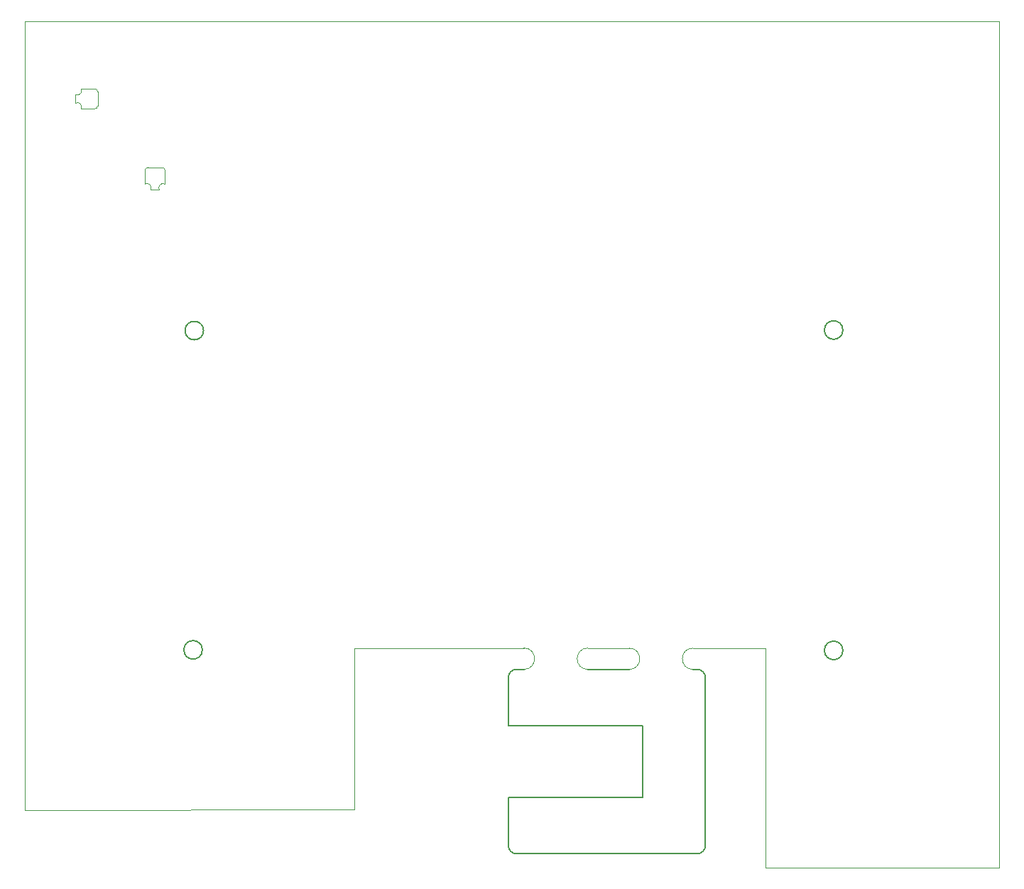
<source format=gbr>
%TF.GenerationSoftware,KiCad,Pcbnew,8.0.7*%
%TF.CreationDate,2025-02-28T21:37:25+09:00*%
%TF.ProjectId,cool642tb_R_with_tb,636f6f6c-3634-4327-9462-5f525f776974,rev?*%
%TF.SameCoordinates,Original*%
%TF.FileFunction,Profile,NP*%
%FSLAX46Y46*%
G04 Gerber Fmt 4.6, Leading zero omitted, Abs format (unit mm)*
G04 Created by KiCad (PCBNEW 8.0.7) date 2025-02-28 21:37:25*
%MOMM*%
%LPD*%
G01*
G04 APERTURE LIST*
%TA.AperFunction,Profile*%
%ADD10C,0.050000*%
%TD*%
%TA.AperFunction,Profile*%
%ADD11C,0.200000*%
%TD*%
%TA.AperFunction,Profile*%
%ADD12C,0.120000*%
%TD*%
G04 APERTURE END LIST*
D10*
X86419999Y27382636D02*
X86459999Y-73567364D01*
D11*
X27922893Y-56674893D02*
X27922893Y-50924893D01*
X67810000Y-47670000D02*
G75*
G02*
X65610000Y-47670000I-1100000J0D01*
G01*
X65610000Y-47670000D02*
G75*
G02*
X67810000Y-47670000I1100000J0D01*
G01*
D10*
X86459999Y-73567364D02*
X58610000Y-73557364D01*
D11*
X28922893Y-49924893D02*
X29783000Y-49926000D01*
X67810000Y-9470000D02*
G75*
G02*
X65610000Y-9470000I-1100000J0D01*
G01*
X65610000Y-9470000D02*
G75*
G02*
X67810000Y-9470000I1100000J0D01*
G01*
D10*
X9580000Y-47410000D02*
X9580000Y-66640000D01*
D11*
X50422893Y-49924893D02*
G75*
G02*
X51422907Y-50924893I7J-1000007D01*
G01*
X28922893Y-71924893D02*
G75*
G02*
X27922907Y-70924893I7J999993D01*
G01*
X37403000Y-49926000D02*
X42323000Y-49936000D01*
D10*
X58610000Y-73557364D02*
X58570000Y-47410000D01*
D11*
X-8420000Y-9530000D02*
G75*
G02*
X-10620000Y-9530000I-1100000J0D01*
G01*
X-10620000Y-9530000D02*
G75*
G02*
X-8420000Y-9530000I1100000J0D01*
G01*
X43922893Y-65174893D02*
X43922893Y-56674893D01*
D10*
X9580000Y-66640000D02*
X-29750001Y-66687364D01*
D11*
X43922893Y-56674893D02*
X27922893Y-56674893D01*
X27922893Y-65174893D02*
X27922893Y-70924893D01*
D10*
X-29750001Y27382636D02*
X86419999Y27382636D01*
X29783000Y-47386000D02*
X9580000Y-47410000D01*
D11*
X51422893Y-70924893D02*
X51422893Y-50924893D01*
D10*
X37403000Y-47386000D02*
X42323000Y-47396000D01*
D11*
X50422893Y-49924893D02*
X49943000Y-49936000D01*
D10*
X49943000Y-47396000D02*
X58570000Y-47410000D01*
D11*
X50422893Y-71924893D02*
X28922893Y-71924893D01*
X43922893Y-65174893D02*
X27922893Y-65174893D01*
X51422893Y-70924893D02*
G75*
G02*
X50422893Y-71924893I-999993J-7D01*
G01*
X-8560000Y-47600000D02*
G75*
G02*
X-10760000Y-47600000I-1100000J0D01*
G01*
X-10760000Y-47600000D02*
G75*
G02*
X-8560000Y-47600000I1100000J0D01*
G01*
X27922893Y-50924893D02*
G75*
G02*
X28922893Y-49924893I1000007J-7D01*
G01*
D10*
X-29750001Y-66687364D02*
X-29750001Y27382636D01*
D12*
%TO.C,REF\u002A\u002A*%
X42323000Y-47396000D02*
G75*
G02*
X42323000Y-49936000I0J-1270000D01*
G01*
X49943000Y-49936000D02*
G75*
G02*
X49943000Y-47396000I0J1270000D01*
G01*
%TO.C,U1*%
X-23697753Y17580553D02*
X-23697753Y18621953D01*
X-23011953Y19307753D02*
X-21411753Y19307753D01*
X-21411753Y16894753D02*
X-23011953Y16894753D01*
X-21030753Y18926753D02*
X-21030753Y17275753D01*
X-15417753Y7938047D02*
X-15417753Y9538247D01*
X-15036753Y9919247D02*
X-13385753Y9919247D01*
X-13690553Y7252247D02*
X-14731953Y7252247D01*
X-13004753Y9538247D02*
X-13004753Y7938047D01*
X-23697753Y17580553D02*
G75*
G02*
X-23011953Y16894753I247753J-438047D01*
G01*
X-23011953Y19307753D02*
G75*
G02*
X-23697753Y18621953I-438047J-247753D01*
G01*
X-21411753Y19307753D02*
G75*
G02*
X-21030753Y18926753I8J-380992D01*
G01*
X-21030753Y17275753D02*
G75*
G02*
X-21411753Y16894753I-380996J-4D01*
G01*
X-15417753Y9538247D02*
G75*
G02*
X-15036753Y9919243I380993J3D01*
G01*
X-15417753Y7938047D02*
G75*
G02*
X-14731953Y7252247I247753J-438047D01*
G01*
X-13690553Y7252247D02*
G75*
G02*
X-13004749Y7938054I438053J247753D01*
G01*
X-13385753Y9919247D02*
G75*
G02*
X-13004753Y9538247I3J-380997D01*
G01*
%TO.C,REF\u002A\u002A*%
X29783000Y-47386000D02*
G75*
G02*
X29783000Y-49926000I0J-1270000D01*
G01*
X37403000Y-49926000D02*
G75*
G02*
X37403000Y-47386000I0J1270000D01*
G01*
%TD*%
M02*

</source>
